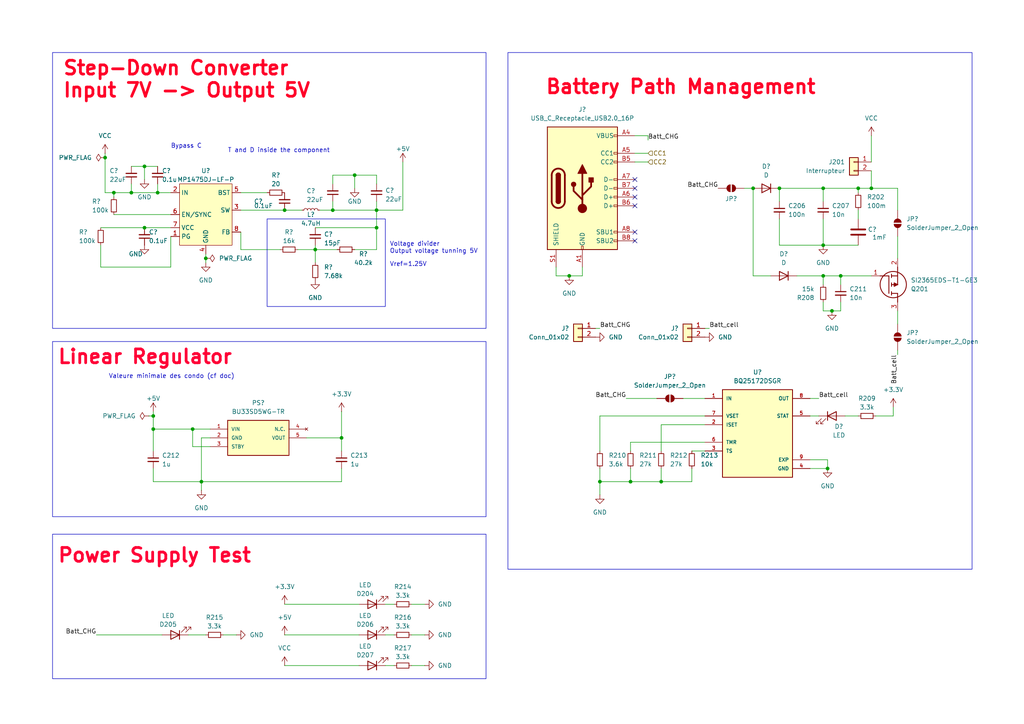
<source format=kicad_sch>
(kicad_sch (version 20231120) (generator "eeschema") (generator_version "8.0")
  (paper "A4")
  (lib_symbols
    (symbol "+5V_1" (power) (pin_numbers hide) (pin_names (offset 0) hide)
      (property "Value" "+5V" (at 0 3.556 0))
      (symbol "+5V_1_1_1"
        (pin power_in line (at 0 0 90) (length 0) (name "~") (number "1"))
      )
    )
    (symbol "BQ25172:BQ25172DSGR" (pin_names (offset 1.016))
      (property "Reference" "U" (at -10.16 13.462 0))
      (property "Value" "BQ25172DSGR" (at -10.16 -15.24 0))
      (symbol "BQ25172DSGR_0_0"
        (pin input line (at -15.24 10.16 0) (length 5.08) (name "IN") (number "1"))
        (pin input line (at -15.24 2.54 0) (length 5.08) (name "ISET") (number "2"))
        (pin input line (at -15.24 -5.08 0) (length 5.08) (name "TS") (number "3"))
        (pin power_in line (at 15.24 -10.16 180) (length 5.08) (name "GND") (number "4"))
        (pin output line (at 15.24 5.08 180) (length 5.08) (name "STAT") (number "5"))
        (pin input line (at -15.24 -2.54 0) (length 5.08) (name "TMR") (number "6"))
        (pin input line (at -15.24 5.08 0) (length 5.08) (name "VSET") (number "7"))
        (pin output line (at 15.24 10.16 180) (length 5.08) (name "OUT") (number "8"))
        (pin power_in line (at 15.24 -7.62 180) (length 5.08) (name "EXP") (number "9"))
      )
    )
    (symbol "BU33SD5WG-TR:BU33SD5WG-TR" (pin_names (offset 1.016))
      (property "Reference" "PS201" (at 13.97 7.62 0))
      (property "Value" "BU33SD5WG-TR" (at 13.97 5.08 0))
      (symbol "BU33SD5WG-TR_0_0"
        (pin no_connect line (at 27.94 0 180) (length 5.08) (name "N.C.") (number "4"))
      )
      (symbol "BU33SD5WG-TR_1_0"
        (pin power_in line (at 0 0 0) (length 5.08) (name "VIN") (number "1"))
        (pin power_in line (at 0 -2.54 0) (length 5.08) (name "GND") (number "2"))
        (pin power_in line (at 0 -5.08 0) (length 5.08) (name "STBY") (number "3"))
        (pin power_out line (at 27.94 -2.54 180) (length 5.08) (name "VOUT") (number "5"))
      )
    )
    (symbol "Connector:USB_C_Receptacle_USB2.0_16P" (pin_names (offset 1.016))
      (property "Reference" "J" (at 0 22.225 0))
      (property "Value" "USB_C_Receptacle_USB2.0_16P" (at 0 19.685 0))
      (symbol "USB_C_Receptacle_USB2.0_16P_1_1"
        (pin passive line (at 0 -22.86 90) (length 5.08) (name "GND") (number "A1"))
        (pin passive line (at 0 -22.86 90) (length 5.08) hide (name "GND") (number "A12"))
        (pin passive line (at 15.24 15.24 180) (length 5.08) (name "VBUS") (number "A4"))
        (pin bidirectional line (at 15.24 10.16 180) (length 5.08) (name "CC1") (number "A5"))
        (pin bidirectional line (at 15.24 -2.54 180) (length 5.08) (name "D+") (number "A6"))
        (pin bidirectional line (at 15.24 2.54 180) (length 5.08) (name "D-") (number "A7"))
        (pin bidirectional line (at 15.24 -12.7 180) (length 5.08) (name "SBU1") (number "A8"))
        (pin passive line (at 15.24 15.24 180) (length 5.08) hide (name "VBUS") (number "A9"))
        (pin passive line (at 0 -22.86 90) (length 5.08) hide (name "GND") (number "B1"))
        (pin passive line (at 0 -22.86 90) (length 5.08) hide (name "GND") (number "B12"))
        (pin passive line (at 15.24 15.24 180) (length 5.08) hide (name "VBUS") (number "B4"))
        (pin bidirectional line (at 15.24 7.62 180) (length 5.08) (name "CC2") (number "B5"))
        (pin bidirectional line (at 15.24 -5.08 180) (length 5.08) (name "D+") (number "B6"))
        (pin bidirectional line (at 15.24 0 180) (length 5.08) (name "D-") (number "B7"))
        (pin bidirectional line (at 15.24 -15.24 180) (length 5.08) (name "SBU2") (number "B8"))
        (pin passive line (at 15.24 15.24 180) (length 5.08) hide (name "VBUS") (number "B9"))
        (pin passive line (at -7.62 -22.86 90) (length 5.08) (name "SHIELD") (number "S1"))
      )
    )
    (symbol "Connector_Generic:Conn_01x02" (pin_names (offset 1.016) hide)
      (property "Reference" "J" (at 0 2.54 0))
      (property "Value" "Conn_01x02" (at 0 -5.08 0))
      (symbol "Conn_01x02_1_1"
        (pin passive line (at -5.08 0 0) (length 3.81) (name "Pin_1") (number "1"))
        (pin passive line (at -5.08 -2.54 0) (length 3.81) (name "Pin_2") (number "2"))
      )
    )
    (symbol "Device:C" (pin_numbers hide) (pin_names (offset 0.254))
      (property "Reference" "C" (at 0.635 2.54 0))
      (property "Value" "C" (at 0.635 -2.54 0))
      (symbol "C_1_1"
        (pin passive line (at 0 3.81 270) (length 2.794) (name "~") (number "1"))
        (pin passive line (at 0 -3.81 90) (length 2.794) (name "~") (number "2"))
      )
    )
    (symbol "Device:C_Small" (pin_numbers hide) (pin_names (offset 0.254) hide)
      (property "Reference" "C" (at 0.254 1.778 0))
      (property "Value" "C_Small" (at 0.254 -2.032 0))
      (symbol "C_Small_1_1"
        (pin passive line (at 0 2.54 270) (length 2.032) (name "~") (number "1"))
        (pin passive line (at 0 -2.54 90) (length 2.032) (name "~") (number "2"))
      )
    )
    (symbol "Device:D" (pin_numbers hide) (pin_names (offset 1.016) hide)
      (property "Reference" "D" (at 0 2.54 0))
      (property "Value" "D" (at 0 -2.54 0))
      (symbol "D_1_1"
        (pin passive line (at -3.81 0 0) (length 2.54) (name "K") (number "1"))
        (pin passive line (at 3.81 0 180) (length 2.54) (name "A") (number "2"))
      )
    )
    (symbol "Device:LED" (pin_numbers hide) (pin_names (offset 1.016) hide)
      (property "Reference" "D" (at 0 2.54 0))
      (property "Value" "LED" (at 0 -2.54 0))
      (symbol "LED_1_1"
        (pin passive line (at -3.81 0 0) (length 2.54) (name "K") (number "1"))
        (pin passive line (at 3.81 0 180) (length 2.54) (name "A") (number "2"))
      )
    )
    (symbol "Device:L_Small" (pin_numbers hide) (pin_names (offset 0.254) hide)
      (property "Reference" "L" (at 0.762 1.016 0))
      (property "Value" "L_Small" (at 0.762 -1.016 0))
      (symbol "L_Small_1_1"
        (pin passive line (at 0 2.54 270) (length 0.508) (name "~") (number "1"))
        (pin passive line (at 0 -2.54 90) (length 0.508) (name "~") (number "2"))
      )
    )
    (symbol "Device:R_Small" (pin_numbers hide) (pin_names (offset 0.254) hide)
      (property "Reference" "R" (at 0.762 0.508 0))
      (property "Value" "R_Small" (at 0.762 -1.016 0))
      (symbol "R_Small_1_1"
        (pin passive line (at 0 2.54 270) (length 0.762) (name "~") (number "1"))
        (pin passive line (at 0 -2.54 90) (length 0.762) (name "~") (number "2"))
      )
    )
    (symbol "GND_1" (power) (pin_numbers hide) (pin_names (offset 0) hide)
      (property "Value" "GND" (at 0 -3.81 0))
      (symbol "GND_1_1_1"
        (pin power_in line (at 0 0 270) (length 0) (name "~") (number "1"))
      )
    )
    (symbol "GND_2" (power) (pin_numbers hide) (pin_names (offset 0) hide)
      (property "Value" "GND" (at 0 -3.81 0))
      (symbol "GND_2_1_1"
        (pin power_in line (at 0 0 270) (length 0) (name "~") (number "1"))
      )
    )
    (symbol "GND_3" (power) (pin_numbers hide) (pin_names (offset 0) hide)
      (property "Value" "GND" (at 0 -3.81 0))
      (symbol "GND_3_1_1"
        (pin power_in line (at 0 0 270) (length 0) (name "~") (number "1"))
      )
    )
    (symbol "GND_4" (power) (pin_numbers hide) (pin_names (offset 0) hide)
      (property "Value" "GND" (at 0 -3.81 0))
      (symbol "GND_4_1_1"
        (pin power_in line (at 0 0 270) (length 0) (name "~") (number "1"))
      )
    )
    (symbol "GND_5" (power) (pin_numbers hide) (pin_names (offset 0) hide)
      (property "Value" "GND" (at 0 -3.81 0))
      (symbol "GND_5_1_1"
        (pin power_in line (at 0 0 270) (length 0) (name "~") (number "1"))
      )
    )
    (symbol "GND_6" (power) (pin_numbers hide) (pin_names (offset 0) hide)
      (property "Value" "GND" (at 0 -3.81 0))
      (symbol "GND_6_1_1"
        (pin power_in line (at 0 0 270) (length 0) (name "~") (number "1"))
      )
    )
    (symbol "GND_7" (power) (pin_numbers hide) (pin_names (offset 0) hide)
      (property "Value" "GND" (at 0 -3.81 0))
      (symbol "GND_7_1_1"
        (pin power_in line (at 0 0 270) (length 0) (name "~") (number "1"))
      )
    )
    (symbol "Jumper:SolderJumper_2_Open" (pin_numbers hide) (pin_names (offset 0) hide) (exclude_from_sim yes) (in_bom no)
      (property "Reference" "JP" (at 0 2.032 0))
      (property "Value" "SolderJumper_2_Open" (at 0 -2.54 0))
      (symbol "SolderJumper_2_Open_1_1"
        (pin passive line (at -3.81 0 0) (length 2.54) (name "A") (number "1"))
        (pin passive line (at 3.81 0 180) (length 2.54) (name "B") (number "2"))
      )
    )
    (symbol "MP1475_1"
      (property "Reference" "U201" (at 6.35 3.81 0))
      (property "Value" "MP1475DJ-LF-P" (at 6.35 1.27 0))
      (symbol "MP1475_1_1_1"
        (pin bidirectional line (at -3.81 -15.24 0) (length 2.54) (name "PG") (number "1"))
        (pin power_in line (at -3.81 -2.54 0) (length 2.54) (name "IN") (number "2"))
        (pin bidirectional line (at 16.51 -7.62 180) (length 2.54) (name "SW") (number "3"))
        (pin power_in line (at 6.35 -20.32 90) (length 2.54) (name "GND") (number "4"))
        (pin bidirectional line (at 16.51 -2.54 180) (length 2.54) (name "BST") (number "5"))
        (pin bidirectional line (at -3.81 -8.89 0) (length 2.54) (name "EN/SYNC") (number "6"))
        (pin bidirectional line (at -3.81 -12.7 0) (length 2.54) (name "VCC") (number "7"))
        (pin bidirectional line (at 16.51 -13.97 180) (length 2.54) (name "FB") (number "8"))
      )
    )
    (symbol "SI2365EDS-T1-GE3:SI2365EDS-T1-GE3" (pin_names hide)
      (property "Reference" "Q" (at 11.43 3.81 0))
      (property "Value" "SI2365EDS-T1-GE3" (at 11.43 1.27 0))
      (symbol "SI2365EDS-T1-GE3_1_1"
        (pin passive line (at 0 0 0) (length 2.54) (name "G") (number "1"))
        (pin passive line (at 7.62 -5.08 90) (length 2.54) (name "S") (number "2"))
        (pin passive line (at 7.62 10.16 270) (length 2.54) (name "D") (number "3"))
      )
    )
    (symbol "power:+3.3V" (power) (pin_numbers hide) (pin_names (offset 0) hide)
      (property "Value" "+3.3V" (at 0 3.556 0))
      (symbol "+3.3V_1_1"
        (pin power_in line (at 0 0 90) (length 0) (name "~") (number "1"))
      )
    )
    (symbol "power:+5V" (power) (pin_names (offset 0))
      (property "Value" "+5V" (at 0 3.556 0))
      (symbol "+5V_1_1"
        (pin power_in line (at 0 0 90) (length 0) hide (name "+5V") (number "1"))
      )
    )
    (symbol "power:GND" (power) (pin_names (offset 0))
      (property "Value" "GND" (at 0 -3.81 0))
      (symbol "GND_1_1"
        (pin power_in line (at 0 0 270) (length 0) hide (name "GND") (number "1"))
      )
    )
    (symbol "power:PWR_FLAG" (power) (pin_numbers hide) (pin_names (offset 0) hide)
      (property "Value" "PWR_FLAG" (at 0 3.81 0))
      (symbol "PWR_FLAG_0_0"
        (pin power_out line (at 0 0 90) (length 0) (name "~") (number "1"))
      )
    )
    (symbol "power:VCC" (power) (pin_numbers hide) (pin_names (offset 0) hide)
      (property "Value" "VCC" (at 0 3.556 0))
      (symbol "VCC_1_1"
        (pin power_in line (at 0 0 90) (length 0) (name "~") (number "1"))
      )
    )
  )
  (junction (at 238.76 71.12))
  (junction (at 248.92 54.61))
  (junction (at 238.76 80.01))
  (junction (at 240.03 135.89))
  (junction (at 41.91 66.04))
  (junction (at 44.45 120.65))
  (junction (at 109.22 66.04))
  (junction (at 99.06 127))
  (junction (at 226.06 54.61))
  (junction (at 109.22 60.96))
  (junction (at 165.1 80.01))
  (junction (at 182.88 139.7))
  (junction (at 59.69 74.93))
  (junction (at 218.44 54.61))
  (junction (at 241.3 90.17))
  (junction (at 41.91 48.26))
  (junction (at 38.1 55.88))
  (junction (at 30.48 45.72))
  (junction (at 45.72 55.88))
  (junction (at 252.73 54.61))
  (junction (at 55.88 124.46))
  (junction (at 91.44 72.39))
  (junction (at 243.84 80.01))
  (junction (at 82.55 60.96))
  (junction (at 173.99 139.7))
  (junction (at 96.52 60.96))
  (junction (at 238.76 54.61))
  (junction (at 102.87 50.8))
  (junction (at 33.02 55.88))
  (junction (at 191.77 139.7))
  (junction (at 58.42 139.7))
  (junction (at 44.45 124.46))
  (no_connect (at 184.15 59.69))
  (no_connect (at 184.15 54.61))
  (no_connect (at 184.15 67.31))
  (no_connect (at 184.15 69.85))
  (no_connect (at 184.15 52.07))
  (no_connect (at 184.15 57.15))
  (wire (pts (xy 119.38 175.26) (xy 123.19 175.26)))
  (wire (pts (xy 205.74 95.25) (xy 204.47 95.25)))
  (wire (pts (xy 116.84 46.99) (xy 116.84 60.96)))
  (wire (pts (xy 234.95 133.35) (xy 240.03 133.35)))
  (wire (pts (xy 252.73 54.61) (xy 260.35 54.61)))
  (wire (pts (xy 168.91 80.01) (xy 168.91 77.47)))
  (wire (pts (xy 198.12 115.57) (xy 204.47 115.57)))
  (wire (pts (xy 91.44 66.04) (xy 109.22 66.04)))
  (wire (pts (xy 33.02 57.15) (xy 33.02 55.88)))
  (wire (pts (xy 111.76 184.15) (xy 114.3 184.15)))
  (wire (pts (xy 182.88 128.27) (xy 182.88 130.81)))
  (wire (pts (xy 59.69 73.66) (xy 59.69 74.93)))
  (wire (pts (xy 254 120.65) (xy 259.08 120.65)))
  (wire (pts (xy 238.76 54.61) (xy 238.76 58.42)))
  (wire (pts (xy 55.88 129.54) (xy 60.96 129.54)))
  (wire (pts (xy 82.55 175.26) (xy 104.14 175.26)))
  (wire (pts (xy 99.06 127) (xy 99.06 130.81)))
  (wire (pts (xy 238.76 90.17) (xy 241.3 90.17)))
  (wire (pts (xy 102.87 50.8) (xy 109.22 50.8)))
  (wire (pts (xy 226.06 71.12) (xy 238.76 71.12)))
  (wire (pts (xy 187.96 39.37) (xy 184.15 39.37)))
  (wire (pts (xy 161.29 77.47) (xy 161.29 80.01)))
  (wire (pts (xy 248.92 54.61) (xy 252.73 54.61)))
  (wire (pts (xy 238.76 71.12) (xy 238.76 63.5)))
  (wire (pts (xy 187.96 44.45) (xy 184.15 44.45)))
  (wire (pts (xy 248.92 54.61) (xy 248.92 55.88)))
  (wire (pts (xy 165.1 80.01) (xy 168.91 80.01)))
  (wire (pts (xy 69.85 72.39) (xy 81.28 72.39)))
  (wire (pts (xy 248.92 60.96) (xy 248.92 63.5)))
  (wire (pts (xy 238.76 87.63) (xy 238.76 90.17)))
  (wire (pts (xy 41.91 66.04) (xy 49.53 66.04)))
  (wire (pts (xy 60.96 127) (xy 58.42 127)))
  (wire (pts (xy 111.76 175.26) (xy 114.3 175.26)))
  (wire (pts (xy 27.94 184.15) (xy 46.99 184.15)))
  (wire (pts (xy 260.35 60.96) (xy 260.35 54.61)))
  (wire (pts (xy 223.52 80.01) (xy 218.44 80.01)))
  (wire (pts (xy 237.49 120.65) (xy 234.95 120.65)))
  (wire (pts (xy 200.66 130.81) (xy 204.47 130.81)))
  (wire (pts (xy 245.11 120.65) (xy 248.92 120.65)))
  (wire (pts (xy 215.9 54.61) (xy 218.44 54.61)))
  (wire (pts (xy 173.99 139.7) (xy 182.88 139.7)))
  (wire (pts (xy 69.85 72.39) (xy 69.85 67.31)))
  (wire (pts (xy 69.85 60.96) (xy 82.55 60.96)))
  (wire (pts (xy 109.22 72.39) (xy 109.22 66.04)))
  (wire (pts (xy 91.44 72.39) (xy 97.79 72.39)))
  (wire (pts (xy 30.48 45.72) (xy 30.48 55.88)))
  (wire (pts (xy 252.73 39.37) (xy 252.73 46.99)))
  (wire (pts (xy 240.03 135.89) (xy 234.95 135.89)))
  (wire (pts (xy 91.44 71.12) (xy 91.44 72.39)))
  (wire (pts (xy 82.55 184.15) (xy 104.14 184.15)))
  (wire (pts (xy 44.45 124.46) (xy 44.45 130.81)))
  (wire (pts (xy 59.69 74.93) (xy 59.69 76.2)))
  (wire (pts (xy 69.85 55.88) (xy 77.47 55.88)))
  (wire (pts (xy 44.45 119.38) (xy 44.45 120.65)))
  (wire (pts (xy 252.73 49.53) (xy 252.73 54.61)))
  (wire (pts (xy 109.22 58.42) (xy 109.22 60.96)))
  (wire (pts (xy 49.53 68.58) (xy 49.53 77.47)))
  (wire (pts (xy 38.1 53.34) (xy 38.1 55.88)))
  (wire (pts (xy 234.95 115.57) (xy 237.49 115.57)))
  (wire (pts (xy 96.52 60.96) (xy 92.71 60.96)))
  (wire (pts (xy 55.88 124.46) (xy 60.96 124.46)))
  (wire (pts (xy 119.38 184.15) (xy 123.19 184.15)))
  (wire (pts (xy 181.61 115.57) (xy 190.5 115.57)))
  (wire (pts (xy 243.84 80.01) (xy 243.84 82.55)))
  (wire (pts (xy 238.76 80.01) (xy 243.84 80.01)))
  (wire (pts (xy 161.29 80.01) (xy 165.1 80.01)))
  (wire (pts (xy 30.48 44.45) (xy 30.48 45.72)))
  (wire (pts (xy 260.35 68.58) (xy 260.35 74.93)))
  (wire (pts (xy 182.88 135.89) (xy 182.88 139.7)))
  (wire (pts (xy 58.42 139.7) (xy 99.06 139.7)))
  (wire (pts (xy 96.52 50.8) (xy 96.52 53.34)))
  (wire (pts (xy 243.84 80.01) (xy 252.73 80.01)))
  (wire (pts (xy 96.52 60.96) (xy 96.52 58.42)))
  (wire (pts (xy 44.45 124.46) (xy 55.88 124.46)))
  (wire (pts (xy 231.14 80.01) (xy 238.76 80.01)))
  (wire (pts (xy 41.91 48.26) (xy 45.72 48.26)))
  (wire (pts (xy 238.76 80.01) (xy 238.76 82.55)))
  (wire (pts (xy 259.08 120.65) (xy 259.08 118.11)))
  (wire (pts (xy 58.42 127) (xy 58.42 139.7)))
  (wire (pts (xy 173.99 120.65) (xy 204.47 120.65)))
  (wire (pts (xy 102.87 50.8) (xy 102.87 54.61)))
  (wire (pts (xy 182.88 128.27) (xy 204.47 128.27)))
  (wire (pts (xy 238.76 71.12) (xy 248.92 71.12)))
  (wire (pts (xy 241.3 90.17) (xy 243.84 90.17)))
  (wire (pts (xy 191.77 123.19) (xy 191.77 130.81)))
  (wire (pts (xy 30.48 55.88) (xy 33.02 55.88)))
  (wire (pts (xy 218.44 80.01) (xy 218.44 54.61)))
  (wire (pts (xy 33.02 55.88) (xy 38.1 55.88)))
  (wire (pts (xy 173.99 120.65) (xy 173.99 130.81)))
  (wire (pts (xy 187.96 40.64) (xy 187.96 39.37)))
  (wire (pts (xy 82.55 193.04) (xy 104.14 193.04)))
  (wire (pts (xy 116.84 60.96) (xy 109.22 60.96)))
  (wire (pts (xy 64.77 184.15) (xy 68.58 184.15)))
  (wire (pts (xy 226.06 54.61) (xy 226.06 58.42)))
  (wire (pts (xy 38.1 48.26) (xy 41.91 48.26)))
  (wire (pts (xy 173.99 139.7) (xy 173.99 143.51)))
  (wire (pts (xy 187.96 46.99) (xy 184.15 46.99)))
  (wire (pts (xy 173.99 95.25) (xy 172.72 95.25)))
  (wire (pts (xy 99.06 139.7) (xy 99.06 135.89)))
  (wire (pts (xy 238.76 54.61) (xy 248.92 54.61)))
  (wire (pts (xy 111.76 193.04) (xy 114.3 193.04)))
  (wire (pts (xy 109.22 60.96) (xy 109.22 66.04)))
  (wire (pts (xy 91.44 72.39) (xy 91.44 76.2)))
  (wire (pts (xy 226.06 63.5) (xy 226.06 71.12)))
  (wire (pts (xy 45.72 53.34) (xy 45.72 55.88)))
  (wire (pts (xy 191.77 135.89) (xy 191.77 139.7)))
  (wire (pts (xy 45.72 55.88) (xy 49.53 55.88)))
  (wire (pts (xy 58.42 139.7) (xy 44.45 139.7)))
  (wire (pts (xy 44.45 135.89) (xy 44.45 139.7)))
  (wire (pts (xy 44.45 120.65) (xy 44.45 124.46)))
  (wire (pts (xy 200.66 135.89) (xy 200.66 139.7)))
  (wire (pts (xy 38.1 55.88) (xy 45.72 55.88)))
  (wire (pts (xy 82.55 60.96) (xy 87.63 60.96)))
  (wire (pts (xy 260.35 90.17) (xy 260.35 93.98)))
  (wire (pts (xy 119.38 193.04) (xy 123.19 193.04)))
  (wire (pts (xy 240.03 133.35) (xy 240.03 135.89)))
  (wire (pts (xy 243.84 87.63) (xy 243.84 90.17)))
  (wire (pts (xy 29.21 77.47) (xy 49.53 77.47)))
  (wire (pts (xy 96.52 50.8) (xy 102.87 50.8)))
  (wire (pts (xy 33.02 62.23) (xy 49.53 62.23)))
  (wire (pts (xy 226.06 54.61) (xy 238.76 54.61)))
  (wire (pts (xy 173.99 135.89) (xy 173.99 139.7)))
  (wire (pts (xy 200.66 139.7) (xy 191.77 139.7)))
  (wire (pts (xy 191.77 123.19) (xy 204.47 123.19)))
  (wire (pts (xy 86.36 72.39) (xy 91.44 72.39)))
  (wire (pts (xy 260.35 101.6) (xy 260.35 102.87)))
  (wire (pts (xy 99.06 119.38) (xy 99.06 127)))
  (wire (pts (xy 109.22 50.8) (xy 109.22 53.34)))
  (wire (pts (xy 96.52 60.96) (xy 109.22 60.96)))
  (wire (pts (xy 29.21 66.04) (xy 41.91 66.04)))
  (wire (pts (xy 102.87 72.39) (xy 109.22 72.39)))
  (wire (pts (xy 58.42 142.24) (xy 58.42 139.7)))
  (wire (pts (xy 29.21 71.12) (xy 29.21 77.47)))
  (wire (pts (xy 41.91 52.07) (xy 41.91 48.26)))
  (wire (pts (xy 55.88 124.46) (xy 55.88 129.54)))
  (wire (pts (xy 43.18 120.65) (xy 44.45 120.65)))
  (wire (pts (xy 54.61 184.15) (xy 59.69 184.15)))
  (wire (pts (xy 191.77 139.7) (xy 182.88 139.7)))
  (wire (pts (xy 99.06 127) (xy 88.9 127)))
  (rectangle (start 15.24 15.24) (end 140.97 95.25))
  (rectangle (start 15.24 99.06) (end 140.97 149.86))
  (rectangle (start 15.24 154.94) (end 140.97 196.85))
  (rectangle (start 147.32 15.24) (end 281.94 165.1))
  (rectangle (start 77.47 63.5) (end 111.76 88.9))
  (text "T and D inside the component" (at 66.04 44.45 0) (effects (font (size 1.27 1.27)) (justify left bottom)))
  (text "Valeure minimale des condo (cf doc)\n" (at 49.784 109.22 0) (effects (font (size 1.27 1.27))))
  (text "Voltage divider\nOutput voltage tunning 5V" (at 113.03 73.66 0) (effects (font (size 1.27 1.27)) (justify left bottom)))
  (text "Linear Regulator\n\n\n" (at 16.51 118.872 0) (effects (font (size 4 4) (bold yes)) (justify left bottom)))
  (text "Vref=1.25V" (at 113.03 77.47 0) (effects (font (size 1.27 1.27)) (justify left bottom)))
  (text "Step-Down Converter\nInput 7V -> Output 5V" (at 18.034 28.702 0) (effects (font (size 4 4) (thickness 0.8) (bold yes)) (justify left bottom)))
  (text "Battery Path Management" (at 157.988 27.686 0) (effects (font (size 4 4) (thickness 0.8) (bold yes)) (justify left bottom)))
  (text "Bypass C" (at 49.53 43.18 0) (effects (font (size 1.27 1.27)) (justify left bottom)))
  (text "Power Supply Test" (at 16.51 163.576 0) (effects (font (size 4 4) (bold yes)) (justify left bottom)))
  (label "Batt_CHG" (at 181.61 115.57 180))
  (label "Batt_cell" (at 260.35 102.87 270))
  (label "Batt_cell" (at 237.49 115.57 0))
  (label "Batt_CHG" (at 27.94 184.15 180))
  (label "Batt_cell" (at 205.74 95.25 0))
  (label "Batt_CHG" (at 208.28 54.61 180))
  (label "Batt_CHG" (at 173.99 95.25 0))
  (label "Batt_CHG" (at 187.96 40.64 0))
  (hierarchical_label "CC2" (shape input) (at 187.96 46.99 0))
  (hierarchical_label "CC1" (shape input) (at 187.96 44.45 0))
  (symbol (lib_id "Device:C_Small") (at 45.72 50.8 180) (unit 1)
    (property "Reference" "C?" (at 46.99 49.53 0) (effects (justify right)))
    (property "Value" "0.1u" (at 46.99 52.07 0) (effects (justify right)))
    (property "Footprint" "Capacitor_SMD:C_0402_1005Metric" (effects (hide yes)))
    (instances (project "tom&jerry" (path "" (reference "C?") (unit 1))) (project "Tom&Jerry_PCB" (path "" (reference "C202") (unit 1))))
  )
  (symbol (lib_id "Device:C_Small") (at 44.45 133.35 0) (unit 1)
    (property "Reference" "C212" (at 46.99 132.0862 0) (effects (justify left)))
    (property "Value" "1u" (at 46.99 134.6262 0) (effects (justify left)))
    (property "Footprint" "Capacitor_SMD:C_0603_1608Metric" (effects (hide yes)))
    (property "Description" "Unpolarized capacitor, small symbol" (effects (hide yes)))
  )
  (symbol (lib_id "SI2365EDS-T1-GE3:SI2365EDS-T1-GE3") (at 252.73 80.01 0) (mirror x) (unit 1)
    (property "Reference" "Q201" (at 264.16 83.8201 0) (effects (justify left)))
    (property "Value" "SI2365EDS-T1-GE3" (at 264.16 81.2801 0) (effects (justify left)))
    (property "Footprint" "Tom&Jerry:SOT95P237X112-3N" (effects (hide yes)))
    (property "Datasheet" "http://www.vishay.com/docs/63199/si2365eds.pdf" (effects (hide yes)))
    (property "Description" "Vishay SI2365EDS-T1-GE3 P-channel MOSFET Transistor, 4.7 A, -20 V, 3-Pin TO-236" (effects (hide yes)))
    (property "Height" "1.12" (effects (hide yes)))
    (property "Mouser Part Number" "78-SI2365EDS-T1-GE3" (effects (hide yes)))
    (property "Mouser Price/Stock" "https://www.mouser.co.uk/ProductDetail/Vishay-Semiconductors/SI2365EDS-T1-GE3?qs=KLh5H0KA3CPh9IaAAntwZA%3D%3D" (effects (hide yes)))
    (property "Manufacturer_Name" "Vishay" (effects (hide yes)))
    (property "Manufacturer_Part_Number" "SI2365EDS-T1-GE3" (effects (hide yes)))
  )
  (symbol (lib_id "Device:C") (at 248.92 67.31 0) (unit 1)
    (property "Reference" "C?" (at 251.714 66.548 0) (effects (justify left)))
    (property "Value" "1mF" (at 252.984 68.8341 0) (effects (justify left)))
    (property "Footprint" "Tom&Jerry:CAPAE1350X1400N" (effects (hide yes)))
    (property "Description" "Unpolarized capacitor" (effects (hide yes)))
    (instances (project "tom&jerry" (path "" (reference "C?") (unit 1))) (project "Tom&Jerry_PCB" (path "" (reference "C208") (unit 1))))
  )
  (symbol (lib_name "GND_5") (lib_id "power:GND") (at 240.03 135.89 0) (unit 1)
    (property "Reference" "#PWR?" (effects (hide yes)))
    (property "Value" "GND" (at 240.03 140.97 0))
    (property "Description" "Power symbol creates a global label with name \"GND\" , ground" (effects (hide yes)))
    (instances (project "" (path "" (reference "#PWR?") (unit 1))) (project "Tom&Jerry_PCB" (path "" (reference "#PWR0217") (unit 1))))
  )
  (symbol (lib_id "Device:R_Small") (at 116.84 193.04 90) (unit 1)
    (property "Reference" "R217" (at 116.84 187.96 90))
    (property "Value" "3.3k" (at 116.84 190.5 90))
    (property "Footprint" "Resistor_SMD:R_0402_1005Metric" (effects (hide yes)))
    (property "Description" "Resistor, small symbol" (effects (hide yes)))
  )
  (symbol (lib_id "power:+3.3V") (at 99.06 119.38 0) (unit 1)
    (property "Reference" "#PWR?" (effects (hide yes)))
    (property "Value" "+3.3V" (at 99.06 114.3 0))
    (property "Description" "Power symbol creates a global label with name \"+3.3V\"" (effects (hide yes)))
    (instances (project "" (path "" (reference "#PWR?") (unit 1))) (project "Tom&Jerry_PCB" (path "" (reference "#PWR0216") (unit 1))))
  )
  (symbol (lib_id "Connector_Generic:Conn_01x02") (at 247.65 46.99 0) (mirror y) (unit 1)
    (property "Reference" "J201" (at 245.11 46.9899 0) (effects (justify left)))
    (property "Value" "Interrupteur" (at 245.11 49.5299 0) (effects (justify left)))
    (property "Footprint" "Tom&Jerry:Switch-3" (effects (hide yes)))
    (property "Description" "Generic connector, single row, 01x02, script generated (kicad-library-utils/schlib/autogen/connector/)" (effects (hide yes)))
  )
  (symbol (lib_name "+5V_1") (lib_id "power:+5V") (at 82.55 184.15 0) (unit 1)
    (property "Reference" "#PWR0223" (effects (hide yes)))
    (property "Value" "+5V" (at 82.55 179.07 0))
    (property "Description" "Power symbol creates a global label with name \"+5V\"" (effects (hide yes)))
  )
  (symbol (lib_id "Device:R_Small") (at 116.84 175.26 90) (unit 1)
    (property "Reference" "R214" (at 116.84 170.18 90))
    (property "Value" "3.3k" (at 116.84 172.72 90))
    (property "Footprint" "Resistor_SMD:R_0402_1005Metric" (effects (hide yes)))
    (property "Description" "Resistor, small symbol" (effects (hide yes)))
  )
  (symbol (lib_id "power:+5V") (at 116.84 46.99 0) (unit 1)
    (property "Reference" "#PWR?" (effects (hide yes)))
    (property "Value" "+5V" (at 116.84 43.18 0))
    (instances (project "tom&jerry" (path "" (reference "#PWR?") (unit 1))) (project "Tom&Jerry_PCB" (path "" (reference "#PWR0203") (unit 1))))
  )
  (symbol (lib_id "Device:L_Small") (at 90.17 60.96 270) (mirror x) (unit 1)
    (property "Reference" "L?" (at 90.17 62.23 90))
    (property "Value" "4.7uH" (at 90.17 64.77 90))
    (property "Footprint" "Inductor_SMD:L_0603_1608Metric_Pad1.05x0.95mm_HandSolder" (effects (hide yes)))
    (property "Datasheet" "https://www.we-online.com/components/products/datasheet/74438356047HT.pdf" (effects (hide yes)))
    (property "Manufacturer_Name" "Wurth" (effects (hide yes)))
    (property "Manufacturer_Part_Number" "74438356047HT " (effects (hide yes)))
    (property "Mouser Part Number" " 710-74438356047HT " (effects (hide yes)))
    (property "Mouser Price/Stock" "https://www.mouser.fr/ProductDetail/Wurth-Elektronik/74438356047HT?qs=YwPsRIUVAOcmekVUpNwTmA%3D%3D" (effects (hide yes)))
    (instances (project "tom&jerry" (path "" (reference "L?") (unit 1))) (project "Tom&Jerry_PCB" (path "" (reference "L201") (unit 1))))
  )
  (symbol (lib_id "Device:R_Small") (at 100.33 72.39 90) (unit 1)
    (property "Reference" "R?" (at 105.41 73.66 90))
    (property "Value" "40.2k" (at 105.41 76.2 90))
    (property "Footprint" "Resistor_SMD:R_0402_1005Metric" (effects (hide yes)))
    (property "Height" "0603" (effects (hide yes)))
    (instances (project "tom&jerry" (path "" (reference "R?") (unit 1))) (project "Tom&Jerry_PCB" (path "" (reference "R206") (unit 1))))
  )
  (symbol (lib_id "power:GND") (at 91.44 81.28 0) (unit 1)
    (property "Reference" "#PWR?" (effects (hide yes)))
    (property "Value" "GND" (at 91.44 86.36 0))
    (instances (project "tom&jerry" (path "" (reference "#PWR?") (unit 1))) (project "Tom&Jerry_PCB" (path "" (reference "#PWR0210") (unit 1))))
  )
  (symbol (lib_id "BQ25172:BQ25172DSGR") (at 219.71 125.73 0) (unit 1)
    (property "Reference" "U?" (at 219.71 107.95 0))
    (property "Value" "BQ25172DSGR" (at 219.71 110.49 0))
    (property "Footprint" "Tom&Jerry:IC_BQ25172DSGR" (effects (hide yes)))
    (property "MF" "Texas Instruments" (effects (hide yes)))
    (property "MAXIMUM_PACKAGE_HEIGHT" "0.8mm" (effects (hide yes)))
    (property "Package" "None" (effects (hide yes)))
    (property "Price" "None" (effects (hide yes)))
    (property "Check_prices" "https://www.snapeda.com/parts/BQ25172DSGR/Texas+Instruments/view-part/?ref=eda" (effects (hide yes)))
    (property "STANDARD" "Manufacturer Recommendations" (effects (hide yes)))
    (property "PARTREV" "June 2022" (effects (hide yes)))
    (property "SnapEDA_Link" "https://www.snapeda.com/parts/BQ25172DSGR/Texas+Instruments/view-part/?ref=snap" (effects (hide yes)))
    (property "MP" "BQ25172DSGR" (effects (hide yes)))
    (property "Description_1" "\n0.8-A, one- to six-cell NiMH stand-alone linear charger in a QFN package\n" (effects (hide yes)))
    (property "Availability" "In Stock" (effects (hide yes)))
    (property "MANUFACTURER" "Texas Instruments" (effects (hide yes)))
    (instances (project "" (path "" (reference "U?") (unit 1))) (project "Tom&Jerry_PCB" (path "" (reference "U202") (unit 1))))
  )
  (symbol (lib_id "power:PWR_FLAG") (at 59.69 74.93 270) (unit 1)
    (property "Reference" "#FLG0202" (effects (hide yes)))
    (property "Value" "PWR_FLAG" (at 63.5 74.9299 90) (effects (justify left)))
    (property "Description" "Special symbol for telling ERC where power comes from" (effects (hide yes)))
  )
  (symbol (lib_id "Device:C_Small") (at 38.1 50.8 180) (unit 1)
    (property "Reference" "C?" (at 31.75 49.53 0) (effects (justify right)))
    (property "Value" "22uF" (at 31.75 52.07 0) (effects (justify right)))
    (property "Footprint" "Capacitor_SMD:C_0805_2012Metric" (effects (hide yes)))
    (instances (project "tom&jerry" (path "" (reference "C?") (unit 1))) (project "Tom&Jerry_PCB" (path "" (reference "C201") (unit 1))))
  )
  (symbol (lib_id "BU33SD5WG-TR:BU33SD5WG-TR") (at 60.96 124.46 0) (unit 1)
    (property "Reference" "PS?" (at 74.93 116.84 0))
    (property "Value" "BU33SD5WG-TR" (at 74.93 119.38 0))
    (property "Footprint" "Tom&Jerry:SOT95P280X125-5N" (effects (hide yes)))
    (property "Manufacturer_Name" "ROHM Semiconductor" (effects (hide yes)))
    (property "MF" "Rohm" (effects (hide yes)))
    (property "Mouser_Price-Stock" "https://www.mouser.co.uk/ProductDetail/ROHM-Semiconductor/BU33SD5WG-TR?qs=%2FKR40Cd6GUrQDzRkUEt69Q%3D%3D" (effects (hide yes)))
    (property "Description_1" "\nLinear Voltage Regulator IC Positive Fixed 1 Output 500mA 5-SSOP\n" (effects (hide yes)))
    (property "Mouser_Part_Number" "755-BU33SD5WG-TR" (effects (hide yes)))
    (property "Price" "None" (effects (hide yes)))
    (property "Package" "SSOP-5 Rohm" (effects (hide yes)))
    (property "Check_prices" "https://www.snapeda.com/parts/BU33SD5WG-TR/Rohm/view-part/?ref=eda" (effects (hide yes)))
    (property "Height" "1.25mm" (effects (hide yes)))
    (property "MP" "BU33SD5WG-TR" (effects (hide yes)))
    (property "SnapEDA_Link" "https://www.snapeda.com/parts/BU33SD5WG-TR/Rohm/view-part/?ref=snap" (effects (hide yes)))
    (property "Purchase-URL" "https://www.snapeda.com/api/url_track_click_mouser/?unipart_id=543860&manufacturer=Rohm&part_name=BU33SD5WG-TR&search_term=bu33sd5wg-tr" (effects (hide yes)))
    (property "Availability" "In Stock" (effects (hide yes)))
    (property "Manufacturer_Part_Number" "BU33SD5WG-TR" (effects (hide yes)))
    (instances (project "" (path "" (reference "PS?") (unit 1))) (project "Tom&Jerry_PCB" (path "" (reference "PS201") (unit 1))))
  )
  (symbol (lib_id "Device:R_Small") (at 91.44 78.74 180) (unit 1)
    (property "Reference" "R?" (at 93.98 77.4699 0) (effects (justify right)))
    (property "Value" "7.68k" (at 93.98 80.0099 0) (effects (justify right)))
    (property "Footprint" "Resistor_SMD:R_0402_1005Metric" (effects (hide yes)))
    (property "Height" "0603" (effects (hide yes)))
    (instances (project "tom&jerry" (path "" (reference "R?") (unit 1))) (project "Tom&Jerry_PCB" (path "" (reference "R207") (unit 1))))
  )
  (symbol (lib_id "Jumper:SolderJumper_2_Open") (at 260.35 64.77 90) (unit 1) (exclude_from_sim yes) (in_bom no)
    (property "Reference" "JP?" (at 262.89 63.4999 90) (effects (justify right)))
    (property "Value" "SolderJumper_2_Open" (at 262.89 66.0399 90) (effects (justify right)))
    (property "Footprint" "Jumper:SolderJumper-2_P1.3mm_Open_TrianglePad1.0x1.5mm" (effects (hide yes)))
    (property "Description" "Solder Jumper, 2-pole, open" (effects (hide yes)))
    (instances (project "tom&jerry" (path "" (reference "JP?") (unit 1))) (project "Tom&Jerry_PCB" (path "" (reference "JP202") (unit 1))))
  )
  (symbol (lib_id "Device:R_Small") (at 29.21 68.58 180) (unit 1)
    (property "Reference" "R?" (at 22.86 67.31 0) (effects (justify right)))
    (property "Value" "100k" (at 22.86 69.85 0) (effects (justify right)))
    (property "Footprint" "Resistor_SMD:R_0402_1005Metric" (effects (hide yes)))
    (property "Height" "0603" (effects (hide yes)))
    (instances (project "tom&jerry" (path "" (reference "R?") (unit 1))) (project "Tom&Jerry_PCB" (path "" (reference "R204") (unit 1))))
  )
  (symbol (lib_id "Device:C_Small") (at 238.76 60.96 0) (unit 1)
    (property "Reference" "C207" (at 241.3 59.6962 0) (effects (justify left)))
    (property "Value" "10n" (at 241.3 62.2362 0) (effects (justify left)))
    (property "Footprint" "Capacitor_SMD:C_0402_1005Metric" (effects (hide yes)))
    (property "Description" "Unpolarized capacitor, small symbol" (effects (hide yes)))
  )
  (symbol (lib_id "Device:R_Small") (at 173.99 133.35 180) (unit 1)
    (property "Reference" "R210" (at 176.53 132.0799 0) (effects (justify right)))
    (property "Value" "3.6k" (at 176.53 134.6199 0) (effects (justify right)))
    (property "Footprint" "Resistor_SMD:R_0402_1005Metric" (effects (hide yes)))
    (property "Description" "Resistor, small symbol" (effects (hide yes)))
  )
  (symbol (lib_id "power:VCC") (at 252.73 39.37 0) (unit 1)
    (property "Reference" "#PWR0201" (effects (hide yes)))
    (property "Value" "VCC" (at 252.73 34.29 0))
    (property "Description" "Power symbol creates a global label with name \"VCC\"" (effects (hide yes)))
  )
  (symbol (lib_name "GND_1") (lib_id "power:GND") (at 123.19 175.26 90) (unit 1)
    (property "Reference" "#PWR0221" (effects (hide yes)))
    (property "Value" "GND" (at 127 175.2599 90) (effects (justify right)))
    (property "Description" "Power symbol creates a global label with name \"GND\" , ground" (effects (hide yes)))
  )
  (symbol (lib_name "GND_1") (lib_id "power:GND") (at 58.42 142.24 0) (unit 1)
    (property "Reference" "#PWR?" (effects (hide yes)))
    (property "Value" "GND" (at 58.42 147.32 0))
    (property "Description" "Power symbol creates a global label with name \"GND\" , ground" (effects (hide yes)))
    (instances (project "" (path "" (reference "#PWR?") (unit 1))) (project "Tom&Jerry_PCB" (path "" (reference "#PWR0218") (unit 1))))
  )
  (symbol (lib_id "Device:LED") (at 50.8 184.15 180) (unit 1)
    (property "Reference" "D205" (at 48.768 181.102 0))
    (property "Value" "LED" (at 48.768 178.562 0))
    (property "Footprint" "LED_SMD:LED_0603_1608Metric_Pad1.05x0.95mm_HandSolder" (effects (hide yes)))
    (property "Description" "Light emitting diode" (effects (hide yes)))
  )
  (symbol (lib_id "power:VCC") (at 30.48 44.45 0) (unit 1)
    (property "Reference" "#PWR0202" (effects (hide yes)))
    (property "Value" "VCC" (at 30.48 39.37 0))
    (property "Description" "Power symbol creates a global label with name \"VCC\"" (effects (hide yes)))
  )
  (symbol (lib_id "Connector_Generic:Conn_01x02") (at 167.64 95.25 0) (mirror y) (unit 1)
    (property "Reference" "J?" (at 165.1 95.2499 0) (effects (justify left)))
    (property "Value" "Conn_01x02" (at 165.1 97.7899 0) (effects (justify left)))
    (property "Footprint" "Connector_JST:JST_XH_S2B-XH-A-1_1x02_P2.50mm_Horizontal" (effects (hide yes)))
    (property "Description" "Generic connector, single row, 01x02, script generated (kicad-library-utils/schlib/autogen/connector/)" (effects (hide yes)))
    (instances (project "" (path "" (reference "J?") (unit 1))) (project "Tom&Jerry_PCB" (path "" (reference "J203") (unit 1))))
  )
  (symbol (lib_id "power:GND") (at 41.91 71.12 0) (unit 1)
    (property "Reference" "#PWR?" (effects (hide yes)))
    (property "Value" "GND" (at 39.37 73.66 0))
    (instances (project "tom&jerry" (path "" (reference "#PWR?") (unit 1))) (project "Tom&Jerry_PCB" (path "" (reference "#PWR0206") (unit 1))))
  )
  (symbol (lib_id "Device:R_Small") (at 83.82 72.39 90) (unit 1)
    (property "Reference" "R?" (at 83.82 67.31 90))
    (property "Value" "16k" (at 83.82 69.85 90))
    (property "Footprint" "Resistor_SMD:R_0402_1005Metric" (effects (hide yes)))
    (property "Height" "0603" (effects (hide yes)))
    (instances (project "tom&jerry" (path "" (reference "R?") (unit 1))) (project "Tom&Jerry_PCB" (path "" (reference "R205") (unit 1))))
  )
  (symbol (lib_id "Connector_Generic:Conn_01x02") (at 199.39 95.25 0) (mirror y) (unit 1)
    (property "Reference" "J?" (at 196.85 95.2499 0) (effects (justify left)))
    (property "Value" "Conn_01x02" (at 196.85 97.7899 0) (effects (justify left)))
    (property "Footprint" "Connector_JST:JST_XH_S2B-XH-A-1_1x02_P2.50mm_Horizontal" (effects (hide yes)))
    (property "Description" "Generic connector, single row, 01x02, script generated (kicad-library-utils/schlib/autogen/connector/)" (effects (hide yes)))
    (instances (project "tom&jerry" (path "" (reference "J?") (unit 1))) (project "Tom&Jerry_PCB" (path "" (reference "J204") (unit 1))))
  )
  (symbol (lib_id "Device:LED") (at 107.95 175.26 180) (unit 1)
    (property "Reference" "D204" (at 105.918 172.212 0))
    (property "Value" "LED" (at 105.918 169.672 0))
    (property "Footprint" "LED_SMD:LED_0603_1608Metric_Pad1.05x0.95mm_HandSolder" (effects (hide yes)))
    (property "Description" "Light emitting diode" (effects (hide yes)))
  )
  (symbol (lib_id "Device:R_Small") (at 191.77 133.35 180) (unit 1)
    (property "Reference" "R212" (at 194.31 132.0799 0) (effects (justify right)))
    (property "Value" "27k" (at 194.31 134.6199 0) (effects (justify right)))
    (property "Footprint" "Resistor_SMD:R_0402_1005Metric" (effects (hide yes)))
    (property "Description" "Resistor, small symbol" (effects (hide yes)))
  )
  (symbol (lib_id "Device:R_Small") (at 116.84 184.15 90) (unit 1)
    (property "Reference" "R216" (at 116.84 179.07 90))
    (property "Value" "3.3k" (at 116.84 181.61 90))
    (property "Footprint" "Resistor_SMD:R_0402_1005Metric" (effects (hide yes)))
    (property "Description" "Resistor, small symbol" (effects (hide yes)))
  )
  (symbol (lib_id "power:GND") (at 41.91 52.07 0) (unit 1)
    (property "Reference" "#PWR?" (effects (hide yes)))
    (property "Value" "GND" (at 41.91 57.15 0))
    (instances (project "tom&jerry" (path "" (reference "#PWR?") (unit 1))) (project "Tom&Jerry_PCB" (path "" (reference "#PWR0204") (unit 1))))
  )
  (symbol (lib_id "Connector:USB_C_Receptacle_USB2.0_16P") (at 168.91 54.61 0) (unit 1)
    (property "Reference" "J?" (at 168.91 31.75 0))
    (property "Value" "USB_C_Receptacle_USB2.0_16P" (at 168.91 34.29 0))
    (property "Footprint" "Connector_USB:USB_C_Receptacle_HRO_TYPE-C-31-M-12" (effects (hide yes)))
    (property "Datasheet" "https://www.usb.org/sites/default/files/documents/usb_type-c.zip" (effects (hide yes)))
    (property "Description" "USB 2.0-only 16P Type-C Receptacle connector" (effects (hide yes)))
    (instances (project "" (path "" (reference "J?") (unit 1))) (project "Tom&Jerry_PCB" (path "" (reference "J202") (unit 1))))
  )
  (symbol (lib_id "Device:C_Small") (at 243.84 85.09 0) (unit 1)
    (property "Reference" "C211" (at 246.38 83.8262 0) (effects (justify left)))
    (property "Value" "10n" (at 246.38 86.3662 0) (effects (justify left)))
    (property "Footprint" "Capacitor_SMD:C_0402_1005Metric" (effects (hide yes)))
    (property "Description" "Unpolarized capacitor, small symbol" (effects (hide yes)))
  )
  (symbol (lib_id "power:+3.3V") (at 82.55 175.26 0) (unit 1)
    (property "Reference" "#PWR0220" (effects (hide yes)))
    (property "Value" "+3.3V" (at 82.55 170.18 0))
    (property "Description" "Power symbol creates a global label with name \"+3.3V\"" (effects (hide yes)))
  )
  (symbol (lib_id "power:PWR_FLAG") (at 30.48 45.72 90) (unit 1)
    (property "Reference" "#FLG0201" (effects (hide yes)))
    (property "Value" "PWR_FLAG" (at 26.67 45.7199 90) (effects (justify left)))
    (property "Description" "Special symbol for telling ERC where power comes from" (effects (hide yes)))
  )
  (symbol (lib_id "Device:C_Small") (at 99.06 133.35 0) (unit 1)
    (property "Reference" "C213" (at 101.6 132.0862 0) (effects (justify left)))
    (property "Value" "1u" (at 101.6 134.6262 0) (effects (justify left)))
    (property "Footprint" "Capacitor_SMD:C_0603_1608Metric" (effects (hide yes)))
    (property "Description" "Unpolarized capacitor, small symbol" (effects (hide yes)))
  )
  (symbol (lib_id "power:GND") (at 102.87 54.61 0) (mirror y) (unit 1)
    (property "Reference" "#PWR?" (effects (hide yes)))
    (property "Value" "GND" (at 102.87 58.42 0))
    (instances (project "tom&jerry" (path "" (reference "#PWR?") (unit 1))) (project "Tom&Jerry_PCB" (path "" (reference "#PWR0205") (unit 1))))
  )
  (symbol (lib_id "Device:C_Small") (at 41.91 68.58 180) (unit 1)
    (property "Reference" "C?" (at 43.18 67.31 0) (effects (justify right)))
    (property "Value" "0.1uF" (at 43.18 69.85 0) (effects (justify right)))
    (property "Footprint" "Capacitor_SMD:C_0402_1005Metric" (effects (hide yes)))
    (instances (project "tom&jerry" (path "" (reference "C?") (unit 1))) (project "Tom&Jerry_PCB" (path "" (reference "C209") (unit 1))))
  )
  (symbol (lib_id "Device:C_Small") (at 109.22 55.88 180) (unit 1)
    (property "Reference" "C?" (at 111.76 55.2386 0) (effects (justify right)))
    (property "Value" "22uF" (at 111.76 57.7786 0) (effects (justify right)))
    (property "Footprint" "Capacitor_SMD:C_0805_2012Metric" (effects (hide yes)))
    (instances (project "tom&jerry" (path "" (reference "C?") (unit 1))) (project "Tom&Jerry_PCB" (path "" (reference "C204") (unit 1))))
  )
  (symbol (lib_id "Device:R_Small") (at 251.46 120.65 270) (mirror x) (unit 1)
    (property "Reference" "R209" (at 251.46 115.57 90))
    (property "Value" "3.3k" (at 251.46 118.11 90))
    (property "Footprint" "Resistor_SMD:R_0402_1005Metric" (effects (hide yes)))
    (property "Description" "Resistor, small symbol" (effects (hide yes)))
  )
  (symbol (lib_id "Device:R_Small") (at 80.01 55.88 90) (unit 1)
    (property "Reference" "R?" (at 80.01 50.8 90))
    (property "Value" "20" (at 80.01 53.34 90))
    (property "Footprint" "Resistor_SMD:R_0402_1005Metric" (effects (hide yes)))
    (property "Height" "0805" (effects (hide yes)))
    (instances (project "tom&jerry" (path "" (reference "R?") (unit 1))) (project "Tom&Jerry_PCB" (path "" (reference "R201") (unit 1))))
  )
  (symbol (lib_id "Device:D") (at 227.33 80.01 180) (unit 1)
    (property "Reference" "D?" (at 227.33 73.66 0))
    (property "Value" "D" (at 227.33 76.2 0))
    (property "Footprint" "Tom&Jerry:SODFL4825X110N" (effects (hide yes)))
    (property "Description" "Diode" (effects (hide yes)))
    (property "Sim.Device" "D" (effects (hide yes)))
    (property "Sim.Pins" "1=K 2=A" (effects (hide yes)))
    (instances (project "tom&jerry" (path "" (reference "D?") (unit 1))) (project "Tom&Jerry_PCB" (path "" (reference "D202") (unit 1))))
  )
  (symbol (lib_id "power:VCC") (at 82.55 193.04 0) (unit 1)
    (property "Reference" "#PWR0225" (effects (hide yes)))
    (property "Value" "VCC" (at 82.55 187.96 0))
    (property "Description" "Power symbol creates a global label with name \"VCC\"" (effects (hide yes)))
  )
  (symbol (lib_name "GND_4") (lib_id "power:GND") (at 173.99 143.51 0) (unit 1)
    (property "Reference" "#PWR?" (effects (hide yes)))
    (property "Value" "GND" (at 173.99 148.59 0))
    (property "Description" "Power symbol creates a global label with name \"GND\" , ground" (effects (hide yes)))
    (instances (project "" (path "" (reference "#PWR?") (unit 1))) (project "Tom&Jerry_PCB" (path "" (reference "#PWR0219") (unit 1))))
  )
  (symbol (lib_id "Device:R_Small") (at 33.02 59.69 180) (unit 1)
    (property "Reference" "R?" (at 26.67 58.42 0) (effects (justify right)))
    (property "Value" "100k" (at 26.67 60.96 0) (effects (justify right)))
    (property "Footprint" "Resistor_SMD:R_0402_1005Metric" (effects (hide yes)))
    (property "Height" "0603" (effects (hide yes)))
    (instances (project "tom&jerry" (path "" (reference "R?") (unit 1))) (project "Tom&Jerry_PCB" (path "" (reference "R203") (unit 1))))
  )
  (symbol (lib_id "power:+5V") (at 44.45 119.38 0) (unit 1)
    (property "Reference" "#PWR?" (effects (hide yes)))
    (property "Value" "+5V" (at 44.45 115.57 0))
    (instances (project "tom&jerry" (path "" (reference "#PWR?") (unit 1))) (project "Tom&Jerry_PCB" (path "" (reference "#PWR0215") (unit 1))))
  )
  (symbol (lib_name "GND_6") (lib_id "power:GND") (at 241.3 90.17 0) (unit 1)
    (property "Reference" "#PWR?" (effects (hide yes)))
    (property "Value" "GND" (at 241.3 95.25 0))
    (property "Description" "Power symbol creates a global label with name \"GND\" , ground" (effects (hide yes)))
    (instances (project "" (path "" (reference "#PWR?") (unit 1))) (project "Tom&Jerry_PCB" (path "" (reference "#PWR0211") (unit 1))))
  )
  (symbol (lib_id "Device:R_Small") (at 238.76 85.09 180) (unit 1)
    (property "Reference" "R208" (at 236.22 86.3601 0) (effects (justify left)))
    (property "Value" "15k" (at 236.22 83.8201 0) (effects (justify left)))
    (property "Footprint" "Resistor_SMD:R_0402_1005Metric" (effects (hide yes)))
    (property "Description" "Resistor, small symbol" (effects (hide yes)))
  )
  (symbol (lib_name "GND_3") (lib_id "power:GND") (at 172.72 97.79 90) (unit 1)
    (property "Reference" "#PWR?" (effects (hide yes)))
    (property "Value" "GND" (at 176.53 97.7899 90) (effects (justify right)))
    (property "Description" "Power symbol creates a global label with name \"GND\" , ground" (effects (hide yes)))
    (instances (project "" (path "" (reference "#PWR?") (unit 1))) (project "Tom&Jerry_PCB" (path "" (reference "#PWR0212") (unit 1))))
  )
  (symbol (lib_name "GND_2") (lib_id "power:GND") (at 165.1 80.01 0) (unit 1)
    (property "Reference" "#PWR?" (effects (hide yes)))
    (property "Value" "GND" (at 165.1 85.09 0))
    (property "Description" "Power symbol creates a global label with name \"GND\" , ground" (effects (hide yes)))
    (instances (project "" (path "" (reference "#PWR?") (unit 1))) (project "Tom&Jerry_PCB" (path "" (reference "#PWR0209") (unit 1))))
  )
  (symbol (lib_id "Jumper:SolderJumper_2_Open") (at 194.31 115.57 180) (unit 1) (exclude_from_sim yes) (in_bom no)
    (property "Reference" "JP?" (at 194.31 109.22 0))
    (property "Value" "SolderJumper_2_Open" (at 194.31 111.76 0))
    (property "Footprint" "Jumper:SolderJumper-2_P1.3mm_Open_TrianglePad1.0x1.5mm" (effects (hide yes)))
    (property "Description" "Solder Jumper, 2-pole, open" (effects (hide yes)))
    (instances (project "tom&jerry" (path "" (reference "JP?") (unit 1))) (project "Tom&Jerry_PCB" (path "" (reference "JP204") (unit 1))))
  )
  (symbol (lib_name "GND_3") (lib_id "power:GND") (at 204.47 97.79 90) (unit 1)
    (property "Reference" "#PWR?" (effects (hide yes)))
    (property "Value" "GND" (at 208.28 97.7899 90) (effects (justify right)))
    (property "Description" "Power symbol creates a global label with name \"GND\" , ground" (effects (hide yes)))
    (instances (project "tom&jerry" (path "" (reference "#PWR?") (unit 1))) (project "Tom&Jerry_PCB" (path "" (reference "#PWR0213") (unit 1))))
  )
  (symbol (lib_name "GND_7") (lib_id "power:GND") (at 238.76 71.12 0) (unit 1)
    (property "Reference" "#PWR?" (effects (hide yes)))
    (property "Value" "GND" (at 238.76 76.2 0))
    (property "Description" "Power symbol creates a global label with name \"GND\" , ground" (effects (hide yes)))
    (instances (project "" (path "" (reference "#PWR?") (unit 1))) (project "Tom&Jerry_PCB" (path "" (reference "#PWR0207") (unit 1))))
  )
  (symbol (lib_name "MP1475_1") (lib_id "Ludzlib:MP1475") (at 53.34 53.34 0) (unit 1)
    (property "Reference" "U?" (at 59.69 49.53 0))
    (property "Value" "MP1475DJ-LF-P" (at 59.69 52.07 0))
    (property "Footprint" "Tom&Jerry:SOT65P280X100-8N" (effects (hide yes)))
    (property "Datasheet" "https://www.mouser.fr/datasheet/2/277/MP1475-2945395.pdf" (effects (hide yes)))
    (property "Manufacturer_Name" " Monolithic Power Systems (MPS)" (effects (hide yes)))
    (property "Manufacturer_Part_Number" "MP1475DJ" (effects (hide yes)))
    (property "Mouser Part Number" " 946-MP1475DJLFP " (effects (hide yes)))
    (property "Mouser Price/Stock" "https://www.mouser.fr/ProductDetail/Monolithic-Power-Systems-MPS/MP1475DJ-LF-P?qs=Iq7RKQRjpgoaxnjiXuhBAA%3D%3D" (effects (hide yes)))
    (instances (project "tom&jerry" (path "" (reference "U?") (unit 1))) (project "Tom&Jerry_PCB" (path "" (reference "U201") (unit 1))))
  )
  (symbol (lib_id "Device:LED") (at 107.95 193.04 180) (unit 1)
    (property "Reference" "D207" (at 105.918 189.992 0))
    (property "Value" "LED" (at 105.918 187.452 0))
    (property "Footprint" "LED_SMD:LED_0603_1608Metric_Pad1.05x0.95mm_HandSolder" (effects (hide yes)))
    (property "Description" "Light emitting diode" (effects (hide yes)))
  )
  (symbol (lib_id "Device:C_Small") (at 96.52 55.88 180) (unit 1)
    (property "Reference" "C?" (at 88.9 55.372 0) (effects (justify right)))
    (property "Value" "22uF" (at 88.9 57.912 0) (effects (justify right)))
    (property "Footprint" "Capacitor_SMD:C_0805_2012Metric" (effects (hide yes)))
    (instances (project "tom&jerry" (path "" (reference "C?") (unit 1))) (project "Tom&Jerry_PCB" (path "" (reference "C203") (unit 1))))
  )
  (symbol (lib_id "Device:R_Small") (at 182.88 133.35 180) (unit 1)
    (property "Reference" "R211" (at 185.42 132.0799 0) (effects (justify right)))
    (property "Value" "27k" (at 185.42 134.6199 0) (effects (justify right)))
    (property "Footprint" "Resistor_SMD:R_0402_1005Metric" (effects (hide yes)))
    (property "Description" "Resistor, small symbol" (effects (hide yes)))
  )
  (symbol (lib_id "Device:D") (at 222.25 54.61 180) (unit 1)
    (property "Reference" "D?" (at 222.25 48.26 0))
    (property "Value" "D" (at 222.25 50.8 0))
    (property "Footprint" "Tom&Jerry:SODFL4825X110N" (effects (hide yes)))
    (property "Description" "Diode" (effects (hide yes)))
    (property "Sim.Device" "D" (effects (hide yes)))
    (property "Sim.Pins" "1=K 2=A" (effects (hide yes)))
    (instances (project "" (path "" (reference "D?") (unit 1))) (project "Tom&Jerry_PCB" (path "" (reference "D201") (unit 1))))
  )
  (symbol (lib_id "power:GND") (at 59.69 76.2 0) (unit 1)
    (property "Reference" "#PWR?" (effects (hide yes)))
    (property "Value" "GND" (at 59.69 81.28 0))
    (instances (project "tom&jerry" (path "" (reference "#PWR?") (unit 1))) (project "Tom&Jerry_PCB" (path "" (reference "#PWR0208") (unit 1))))
  )
  (symbol (lib_id "Jumper:SolderJumper_2_Open") (at 212.09 54.61 0) (mirror x) (unit 1) (exclude_from_sim yes) (in_bom no)
    (property "Reference" "JP?" (at 212.09 57.658 0))
    (property "Value" "SolderJumper_2_Open" (effects (hide yes)))
    (property "Footprint" "Jumper:SolderJumper-2_P1.3mm_Open_TrianglePad1.0x1.5mm" (effects (hide yes)))
    (property "Description" "Solder Jumper, 2-pole, open" (effects (hide yes)))
    (instances (project "" (path "" (reference "JP?") (unit 1))) (project "Tom&Jerry_PCB" (path "" (reference "JP201") (unit 1))))
  )
  (symbol (lib_id "Device:LED") (at 241.3 120.65 0) (unit 1)
    (property "Reference" "D?" (at 243.332 123.698 0))
    (property "Value" "LED" (at 243.332 126.238 0))
    (property "Footprint" "LED_SMD:LED_0603_1608Metric_Pad1.05x0.95mm_HandSolder" (effects (hide yes)))
    (property "Description" "Light emitting diode" (effects (hide yes)))
    (instances (project "" (path "" (reference "D?") (unit 1))) (project "Tom&Jerry_PCB" (path "" (reference "D203") (unit 1))))
  )
  (symbol (lib_id "Device:C_Small") (at 82.55 58.42 180) (unit 1)
    (property "Reference" "C?" (at 73.66 58.42 0) (effects (justify right)))
    (property "Value" "0.1uF" (at 73.66 59.69 0) (effects (justify right)))
    (property "Footprint" "Capacitor_SMD:C_0402_1005Metric" (effects (hide yes)))
    (instances (project "tom&jerry" (path "" (reference "C?") (unit 1))) (project "Tom&Jerry_PCB" (path "" (reference "C205") (unit 1))))
  )
  (symbol (lib_id "Device:C_Small") (at 91.44 68.58 180) (unit 1)
    (property "Reference" "C?" (at 93.98 67.9386 0) (effects (justify right)))
    (property "Value" "15pF" (at 93.98 70.4786 0) (effects (justify right)))
    (property "Footprint" "Capacitor_SMD:C_0402_1005Metric" (effects (hide yes)))
    (instances (project "tom&jerry" (path "" (reference "C?") (unit 1))) (project "Tom&Jerry_PCB" (path "" (reference "C210") (unit 1))))
  )
  (symbol (lib_name "GND_1") (lib_id "power:GND") (at 68.58 184.15 90) (unit 1)
    (property "Reference" "#PWR0222" (effects (hide yes)))
    (property "Value" "GND" (at 72.39 184.1499 90) (effects (justify right)))
    (property "Description" "Power symbol creates a global label with name \"GND\" , ground" (effects (hide yes)))
  )
  (symbol (lib_id "power:+3.3V") (at 259.08 118.11 0) (unit 1)
    (property "Reference" "#PWR?" (effects (hide yes)))
    (property "Value" "+3.3V" (at 259.08 113.03 0))
    (property "Description" "Power symbol creates a global label with name \"+3.3V\"" (effects (hide yes)))
    (instances (project "tom&jerry" (path "" (reference "#PWR?") (unit 1))) (project "Tom&Jerry_PCB" (path "" (reference "#PWR0214") (unit 1))))
  )
  (symbol (lib_name "GND_1") (lib_id "power:GND") (at 123.19 193.04 90) (unit 1)
    (property "Reference" "#PWR0226" (effects (hide yes)))
    (property "Value" "GND" (at 127 193.0399 90) (effects (justify right)))
    (property "Description" "Power symbol creates a global label with name \"GND\" , ground" (effects (hide yes)))
  )
  (symbol (lib_id "Device:C_Small") (at 226.06 60.96 0) (unit 1)
    (property "Reference" "C206" (at 228.6 59.6962 0) (effects (justify left)))
    (property "Value" "100n" (at 228.6 62.2362 0) (effects (justify left)))
    (property "Footprint" "Capacitor_SMD:C_0402_1005Metric" (effects (hide yes)))
    (property "Description" "Unpolarized capacitor, small symbol" (effects (hide yes)))
  )
  (symbol (lib_id "Device:LED") (at 107.95 184.15 180) (unit 1)
    (property "Reference" "D206" (at 105.918 181.102 0))
    (property "Value" "LED" (at 105.918 178.562 0))
    (property "Footprint" "LED_SMD:LED_0603_1608Metric_Pad1.05x0.95mm_HandSolder" (effects (hide yes)))
    (property "Description" "Light emitting diode" (effects (hide yes)))
  )
  (symbol (lib_id "Device:R_Small") (at 200.66 133.35 180) (unit 1)
    (property "Reference" "R213" (at 203.2 132.0799 0) (effects (justify right)))
    (property "Value" "10k" (at 203.2 134.6199 0) (effects (justify right)))
    (property "Footprint" "Resistor_SMD:R_0402_1005Metric" (effects (hide yes)))
    (property "Description" "Resistor, small symbol" (effects (hide yes)))
  )
  (symbol (lib_name "GND_1") (lib_id "power:GND") (at 123.19 184.15 90) (unit 1)
    (property "Reference" "#PWR0224" (effects (hide yes)))
    (property "Value" "GND" (at 127 184.1499 90) (effects (justify right)))
    (property "Description" "Power symbol creates a global label with name \"GND\" , ground" (effects (hide yes)))
  )
  (symbol (lib_id "power:PWR_FLAG") (at 43.18 120.65 90) (unit 1)
    (property "Reference" "#FLG0203" (effects (hide yes)))
    (property "Value" "PWR_FLAG" (at 39.37 120.6499 90) (effects (justify left)))
    (property "Description" "Special symbol for telling ERC where power comes from" (effects (hide yes)))
  )
  (symbol (lib_id "Device:R_Small") (at 248.92 58.42 0) (unit 1)
    (property "Reference" "R202" (at 251.46 57.1499 0) (effects (justify left)))
    (property "Value" "100m" (at 251.46 59.6899 0) (effects (justify left)))
    (property "Footprint" "Resistor_SMD:R_0402_1005Metric" (effects (hide yes)))
    (property "Description" "Resistor, small symbol" (effects (hide yes)))
  )
  (symbol (lib_id "Device:R_Small") (at 62.23 184.15 90) (unit 1)
    (property "Reference" "R215" (at 62.23 179.07 90))
    (property "Value" "3.3k" (at 62.23 181.61 90))
    (property "Footprint" "Resistor_SMD:R_0402_1005Metric" (effects (hide yes)))
    (property "Description" "Resistor, small symbol" (effects (hide yes)))
  )
  (symbol (lib_id "Jumper:SolderJumper_2_Open") (at 260.35 97.79 90) (unit 1) (exclude_from_sim yes) (in_bom no)
    (property "Reference" "JP?" (at 262.89 96.5199 90) (effects (justify right)))
    (property "Value" "SolderJumper_2_Open" (at 262.89 99.0599 90) (effects (justify right)))
    (property "Footprint" "Jumper:SolderJumper-2_P1.3mm_Open_TrianglePad1.0x1.5mm" (effects (hide yes)))
    (property "Description" "Solder Jumper, 2-pole, open" (effects (hide yes)))
    (instances (project "tom&jerry" (path "" (reference "JP?") (unit 1))) (project "Tom&Jerry_PCB" (path "" (reference "JP203") (unit 1))))
  )
)
</source>
